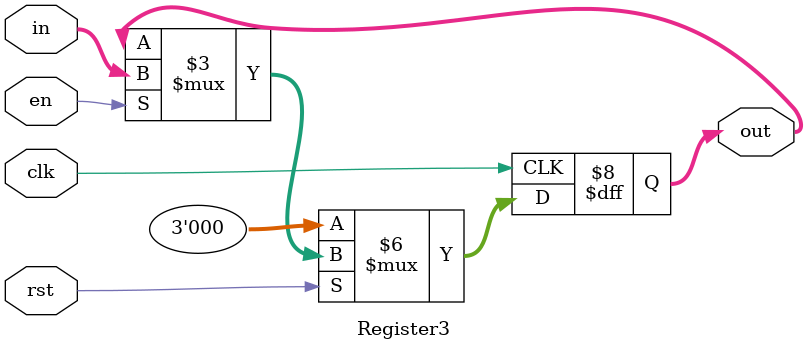
<source format=v>
`timescale 1ns / 1ps


module Register3(
input clk, rst,
    input [2:0] in,
    input en,
    output reg [2:0] out
    );
    always @(posedge clk)
        if (~rst)
            out <= 3'b0;
        else if (en)
            out <= in;
endmodule

</source>
